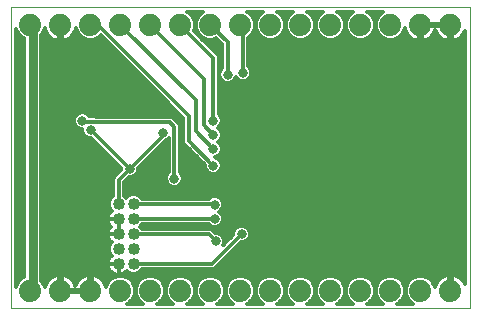
<source format=gbl>
G75*
%MOIN*%
%OFA0B0*%
%FSLAX25Y25*%
%IPPOS*%
%LPD*%
%AMOC8*
5,1,8,0,0,1.08239X$1,22.5*
%
%ADD10C,0.00000*%
%ADD11C,0.04000*%
%ADD12C,0.07400*%
%ADD13C,0.01181*%
%ADD14C,0.03150*%
%ADD15C,0.03150*%
D10*
X0060646Y0048835D02*
X0060646Y0149228D01*
X0213402Y0149228D01*
X0213402Y0048835D01*
X0060646Y0048835D01*
D11*
X0096335Y0063638D03*
X0101335Y0063638D03*
X0101335Y0068638D03*
X0096335Y0068638D03*
X0096335Y0073638D03*
X0101335Y0073638D03*
X0101335Y0078638D03*
X0096335Y0078638D03*
X0096335Y0083638D03*
X0101335Y0083638D03*
D12*
X0096945Y0054740D03*
X0106945Y0054740D03*
X0116945Y0054740D03*
X0126945Y0054740D03*
X0136945Y0054740D03*
X0146945Y0054740D03*
X0156945Y0054740D03*
X0166945Y0054740D03*
X0176945Y0054740D03*
X0186945Y0054740D03*
X0196945Y0054740D03*
X0206945Y0054740D03*
X0206945Y0143323D03*
X0196945Y0143323D03*
X0186945Y0143323D03*
X0176945Y0143323D03*
X0166945Y0143323D03*
X0156945Y0143323D03*
X0146945Y0143323D03*
X0136945Y0143323D03*
X0126945Y0143323D03*
X0116945Y0143323D03*
X0106945Y0143323D03*
X0096945Y0143323D03*
X0086945Y0143323D03*
X0076945Y0143323D03*
X0066945Y0143323D03*
X0066945Y0054740D03*
X0076945Y0054740D03*
X0086945Y0054740D03*
D13*
X0086535Y0054733D02*
X0077354Y0054733D01*
X0077354Y0054331D02*
X0077354Y0055150D01*
X0076535Y0055150D01*
X0076535Y0060031D01*
X0076528Y0060031D01*
X0075706Y0059900D01*
X0074914Y0059643D01*
X0074172Y0059265D01*
X0073498Y0058776D01*
X0072909Y0058187D01*
X0072420Y0057513D01*
X0072042Y0056771D01*
X0071785Y0055979D01*
X0071768Y0055875D01*
X0071091Y0057510D01*
X0070498Y0058104D01*
X0070498Y0139959D01*
X0071091Y0140553D01*
X0071768Y0142188D01*
X0071785Y0142084D01*
X0072042Y0141292D01*
X0072420Y0140550D01*
X0072909Y0139876D01*
X0073498Y0139287D01*
X0074172Y0138798D01*
X0074914Y0138420D01*
X0075706Y0138163D01*
X0076528Y0138032D01*
X0076535Y0138032D01*
X0076535Y0142913D01*
X0077354Y0142913D01*
X0077354Y0138032D01*
X0077361Y0138032D01*
X0078184Y0138163D01*
X0078976Y0138420D01*
X0079718Y0138798D01*
X0080391Y0139287D01*
X0080980Y0139876D01*
X0081470Y0140550D01*
X0081848Y0141292D01*
X0082105Y0142084D01*
X0082122Y0142188D01*
X0082799Y0140553D01*
X0084175Y0139177D01*
X0085972Y0138432D01*
X0087918Y0138432D01*
X0089715Y0139177D01*
X0090364Y0139826D01*
X0117920Y0112270D01*
X0117920Y0104002D01*
X0118963Y0102959D01*
X0125203Y0096719D01*
X0125203Y0095922D01*
X0125624Y0094906D01*
X0126402Y0094128D01*
X0127418Y0093707D01*
X0128519Y0093707D01*
X0129535Y0094128D01*
X0130313Y0094906D01*
X0130734Y0095922D01*
X0130734Y0097023D01*
X0130313Y0098039D01*
X0129535Y0098817D01*
X0128541Y0099228D01*
X0129535Y0099640D01*
X0130313Y0100418D01*
X0130734Y0101434D01*
X0130734Y0102534D01*
X0130313Y0103551D01*
X0129535Y0104329D01*
X0129492Y0104346D01*
X0129535Y0104364D01*
X0130313Y0105142D01*
X0130734Y0106159D01*
X0130734Y0107259D01*
X0130313Y0108275D01*
X0129535Y0109053D01*
X0129492Y0109071D01*
X0129535Y0109089D01*
X0130313Y0109867D01*
X0130734Y0110883D01*
X0130734Y0111983D01*
X0130313Y0113000D01*
X0129750Y0113563D01*
X0129750Y0133037D01*
X0121426Y0141361D01*
X0121835Y0142350D01*
X0121835Y0144296D01*
X0121091Y0146093D01*
X0119715Y0147469D01*
X0119307Y0147638D01*
X0124583Y0147638D01*
X0124175Y0147469D01*
X0122799Y0146093D01*
X0122054Y0144296D01*
X0122054Y0142350D01*
X0122799Y0140553D01*
X0124175Y0139177D01*
X0125972Y0138432D01*
X0127918Y0138432D01*
X0128907Y0138842D01*
X0130912Y0136837D01*
X0130912Y0128917D01*
X0130349Y0128354D01*
X0129928Y0127337D01*
X0129928Y0126237D01*
X0130349Y0125221D01*
X0131126Y0124443D01*
X0132143Y0124022D01*
X0133243Y0124022D01*
X0134259Y0124443D01*
X0135037Y0125221D01*
X0135372Y0126030D01*
X0135467Y0125802D01*
X0136245Y0125024D01*
X0137261Y0124603D01*
X0138361Y0124603D01*
X0139377Y0125024D01*
X0140155Y0125802D01*
X0140576Y0126818D01*
X0140576Y0127919D01*
X0140155Y0128935D01*
X0139592Y0129498D01*
X0139592Y0139126D01*
X0139715Y0139177D01*
X0141091Y0140553D01*
X0141835Y0142350D01*
X0141835Y0144296D01*
X0141091Y0146093D01*
X0139715Y0147469D01*
X0139307Y0147638D01*
X0144583Y0147638D01*
X0144175Y0147469D01*
X0142799Y0146093D01*
X0142054Y0144296D01*
X0142054Y0142350D01*
X0142799Y0140553D01*
X0144175Y0139177D01*
X0145972Y0138432D01*
X0147918Y0138432D01*
X0149715Y0139177D01*
X0151091Y0140553D01*
X0151835Y0142350D01*
X0151835Y0144296D01*
X0151091Y0146093D01*
X0149715Y0147469D01*
X0149307Y0147638D01*
X0154583Y0147638D01*
X0154175Y0147469D01*
X0152799Y0146093D01*
X0152054Y0144296D01*
X0152054Y0142350D01*
X0152799Y0140553D01*
X0154175Y0139177D01*
X0155972Y0138432D01*
X0157918Y0138432D01*
X0159715Y0139177D01*
X0161091Y0140553D01*
X0161835Y0142350D01*
X0161835Y0144296D01*
X0161091Y0146093D01*
X0159715Y0147469D01*
X0159307Y0147638D01*
X0164583Y0147638D01*
X0164175Y0147469D01*
X0162799Y0146093D01*
X0162054Y0144296D01*
X0162054Y0142350D01*
X0162799Y0140553D01*
X0164175Y0139177D01*
X0165972Y0138432D01*
X0167918Y0138432D01*
X0169715Y0139177D01*
X0171091Y0140553D01*
X0171835Y0142350D01*
X0171835Y0144296D01*
X0171091Y0146093D01*
X0169715Y0147469D01*
X0169307Y0147638D01*
X0174583Y0147638D01*
X0174175Y0147469D01*
X0172799Y0146093D01*
X0172054Y0144296D01*
X0172054Y0142350D01*
X0172799Y0140553D01*
X0174175Y0139177D01*
X0175972Y0138432D01*
X0177918Y0138432D01*
X0179715Y0139177D01*
X0181091Y0140553D01*
X0181835Y0142350D01*
X0181835Y0144296D01*
X0181091Y0146093D01*
X0179715Y0147469D01*
X0179307Y0147638D01*
X0184583Y0147638D01*
X0184175Y0147469D01*
X0182799Y0146093D01*
X0182054Y0144296D01*
X0182054Y0142350D01*
X0182799Y0140553D01*
X0184175Y0139177D01*
X0185972Y0138432D01*
X0187918Y0138432D01*
X0189715Y0139177D01*
X0191091Y0140553D01*
X0191768Y0142188D01*
X0191785Y0142084D01*
X0192042Y0141292D01*
X0192420Y0140550D01*
X0192909Y0139876D01*
X0193498Y0139287D01*
X0194172Y0138798D01*
X0194914Y0138420D01*
X0195706Y0138163D01*
X0196528Y0138032D01*
X0196535Y0138032D01*
X0196535Y0142913D01*
X0197354Y0142913D01*
X0197354Y0138032D01*
X0197361Y0138032D01*
X0198184Y0138163D01*
X0198976Y0138420D01*
X0199718Y0138798D01*
X0200391Y0139287D01*
X0200980Y0139876D01*
X0201470Y0140550D01*
X0201848Y0141292D01*
X0201945Y0141591D01*
X0202042Y0141292D01*
X0202420Y0140550D01*
X0202909Y0139876D01*
X0203498Y0139287D01*
X0204172Y0138798D01*
X0204914Y0138420D01*
X0205706Y0138163D01*
X0206528Y0138032D01*
X0206535Y0138032D01*
X0206535Y0142913D01*
X0201654Y0142913D01*
X0197354Y0142913D01*
X0197354Y0143732D01*
X0206535Y0143732D01*
X0206535Y0142913D01*
X0207354Y0142913D01*
X0207354Y0138032D01*
X0207361Y0138032D01*
X0208184Y0138163D01*
X0208976Y0138420D01*
X0209718Y0138798D01*
X0210391Y0139287D01*
X0210980Y0139876D01*
X0211470Y0140550D01*
X0211811Y0141220D01*
X0211811Y0056843D01*
X0211470Y0057513D01*
X0210980Y0058187D01*
X0210391Y0058776D01*
X0209718Y0059265D01*
X0208976Y0059643D01*
X0208184Y0059900D01*
X0207361Y0060031D01*
X0207354Y0060031D01*
X0207354Y0055150D01*
X0206535Y0055150D01*
X0206535Y0060031D01*
X0206528Y0060031D01*
X0205706Y0059900D01*
X0204914Y0059643D01*
X0204172Y0059265D01*
X0203498Y0058776D01*
X0202909Y0058187D01*
X0202420Y0057513D01*
X0202042Y0056771D01*
X0201785Y0055979D01*
X0201768Y0055875D01*
X0201091Y0057510D01*
X0199715Y0058886D01*
X0197918Y0059631D01*
X0195972Y0059631D01*
X0194175Y0058886D01*
X0192799Y0057510D01*
X0192054Y0055713D01*
X0192054Y0053767D01*
X0192799Y0051970D01*
X0194175Y0050594D01*
X0194583Y0050425D01*
X0189307Y0050425D01*
X0189715Y0050594D01*
X0191091Y0051970D01*
X0191835Y0053767D01*
X0191835Y0055713D01*
X0191091Y0057510D01*
X0189715Y0058886D01*
X0187918Y0059631D01*
X0185972Y0059631D01*
X0184175Y0058886D01*
X0182799Y0057510D01*
X0182054Y0055713D01*
X0182054Y0053767D01*
X0182799Y0051970D01*
X0184175Y0050594D01*
X0184583Y0050425D01*
X0179307Y0050425D01*
X0179715Y0050594D01*
X0181091Y0051970D01*
X0181835Y0053767D01*
X0181835Y0055713D01*
X0181091Y0057510D01*
X0179715Y0058886D01*
X0177918Y0059631D01*
X0175972Y0059631D01*
X0174175Y0058886D01*
X0172799Y0057510D01*
X0172054Y0055713D01*
X0172054Y0053767D01*
X0172799Y0051970D01*
X0174175Y0050594D01*
X0174583Y0050425D01*
X0169307Y0050425D01*
X0169715Y0050594D01*
X0171091Y0051970D01*
X0171835Y0053767D01*
X0171835Y0055713D01*
X0171091Y0057510D01*
X0169715Y0058886D01*
X0167918Y0059631D01*
X0165972Y0059631D01*
X0164175Y0058886D01*
X0162799Y0057510D01*
X0162054Y0055713D01*
X0162054Y0053767D01*
X0162799Y0051970D01*
X0164175Y0050594D01*
X0164583Y0050425D01*
X0159307Y0050425D01*
X0159715Y0050594D01*
X0161091Y0051970D01*
X0161835Y0053767D01*
X0161835Y0055713D01*
X0161091Y0057510D01*
X0159715Y0058886D01*
X0157918Y0059631D01*
X0155972Y0059631D01*
X0154175Y0058886D01*
X0152799Y0057510D01*
X0152054Y0055713D01*
X0152054Y0053767D01*
X0152799Y0051970D01*
X0154175Y0050594D01*
X0154583Y0050425D01*
X0149307Y0050425D01*
X0149715Y0050594D01*
X0151091Y0051970D01*
X0151835Y0053767D01*
X0151835Y0055713D01*
X0151091Y0057510D01*
X0149715Y0058886D01*
X0147918Y0059631D01*
X0145972Y0059631D01*
X0144175Y0058886D01*
X0142799Y0057510D01*
X0142054Y0055713D01*
X0142054Y0053767D01*
X0142799Y0051970D01*
X0144175Y0050594D01*
X0144583Y0050425D01*
X0139307Y0050425D01*
X0139715Y0050594D01*
X0141091Y0051970D01*
X0141835Y0053767D01*
X0141835Y0055713D01*
X0141091Y0057510D01*
X0139715Y0058886D01*
X0137918Y0059631D01*
X0135972Y0059631D01*
X0134175Y0058886D01*
X0132799Y0057510D01*
X0132054Y0055713D01*
X0132054Y0053767D01*
X0132799Y0051970D01*
X0134175Y0050594D01*
X0134583Y0050425D01*
X0129307Y0050425D01*
X0129715Y0050594D01*
X0131091Y0051970D01*
X0131835Y0053767D01*
X0131835Y0055713D01*
X0131091Y0057510D01*
X0129715Y0058886D01*
X0127918Y0059631D01*
X0125972Y0059631D01*
X0124175Y0058886D01*
X0122799Y0057510D01*
X0122054Y0055713D01*
X0122054Y0053767D01*
X0122799Y0051970D01*
X0124175Y0050594D01*
X0124583Y0050425D01*
X0119307Y0050425D01*
X0119715Y0050594D01*
X0121091Y0051970D01*
X0121835Y0053767D01*
X0121835Y0055713D01*
X0121091Y0057510D01*
X0119715Y0058886D01*
X0117918Y0059631D01*
X0115972Y0059631D01*
X0114175Y0058886D01*
X0112799Y0057510D01*
X0112054Y0055713D01*
X0112054Y0053767D01*
X0112799Y0051970D01*
X0114175Y0050594D01*
X0114583Y0050425D01*
X0109307Y0050425D01*
X0109715Y0050594D01*
X0111091Y0051970D01*
X0111835Y0053767D01*
X0111835Y0055713D01*
X0111091Y0057510D01*
X0109715Y0058886D01*
X0107918Y0059631D01*
X0105972Y0059631D01*
X0104175Y0058886D01*
X0102799Y0057510D01*
X0102054Y0055713D01*
X0102054Y0053767D01*
X0102799Y0051970D01*
X0104175Y0050594D01*
X0104583Y0050425D01*
X0099307Y0050425D01*
X0099715Y0050594D01*
X0101091Y0051970D01*
X0101835Y0053767D01*
X0101835Y0055713D01*
X0101091Y0057510D01*
X0099715Y0058886D01*
X0097918Y0059631D01*
X0095972Y0059631D01*
X0094175Y0058886D01*
X0092799Y0057510D01*
X0092122Y0055875D01*
X0092105Y0055979D01*
X0091848Y0056771D01*
X0091470Y0057513D01*
X0090980Y0058187D01*
X0090391Y0058776D01*
X0089718Y0059265D01*
X0088976Y0059643D01*
X0088184Y0059900D01*
X0087361Y0060031D01*
X0087354Y0060031D01*
X0087354Y0055150D01*
X0086535Y0055150D01*
X0086535Y0054331D01*
X0081654Y0054331D01*
X0077354Y0054331D01*
X0077354Y0055150D02*
X0086535Y0055150D01*
X0086535Y0060031D01*
X0086528Y0060031D01*
X0085706Y0059900D01*
X0084914Y0059643D01*
X0084172Y0059265D01*
X0083498Y0058776D01*
X0082909Y0058187D01*
X0082420Y0057513D01*
X0082042Y0056771D01*
X0081945Y0056472D01*
X0081848Y0056771D01*
X0081470Y0057513D01*
X0080980Y0058187D01*
X0080391Y0058776D01*
X0079718Y0059265D01*
X0078976Y0059643D01*
X0078184Y0059900D01*
X0077361Y0060031D01*
X0077354Y0060031D01*
X0077354Y0055150D01*
X0077354Y0055912D02*
X0076535Y0055912D01*
X0076535Y0057092D02*
X0077354Y0057092D01*
X0077354Y0058272D02*
X0076535Y0058272D01*
X0076535Y0059451D02*
X0077354Y0059451D01*
X0079352Y0059451D02*
X0084537Y0059451D01*
X0082994Y0058272D02*
X0080895Y0058272D01*
X0081684Y0057092D02*
X0082205Y0057092D01*
X0086535Y0057092D02*
X0087354Y0057092D01*
X0087354Y0058272D02*
X0086535Y0058272D01*
X0086535Y0059451D02*
X0087354Y0059451D01*
X0089352Y0059451D02*
X0095539Y0059451D01*
X0095981Y0060047D02*
X0096335Y0060047D01*
X0096688Y0060047D01*
X0097382Y0060185D01*
X0098035Y0060456D01*
X0098623Y0060849D01*
X0099117Y0061343D01*
X0099527Y0060933D01*
X0100700Y0060447D01*
X0101969Y0060447D01*
X0103142Y0060933D01*
X0104039Y0061830D01*
X0104050Y0061857D01*
X0128155Y0061857D01*
X0129198Y0062900D01*
X0137171Y0070872D01*
X0137967Y0070872D01*
X0138984Y0071293D01*
X0139762Y0072071D01*
X0140183Y0073088D01*
X0140183Y0074188D01*
X0139762Y0075204D01*
X0138984Y0075982D01*
X0137967Y0076403D01*
X0136867Y0076403D01*
X0135851Y0075982D01*
X0135073Y0075204D01*
X0134652Y0074188D01*
X0134652Y0073391D01*
X0131192Y0069932D01*
X0131521Y0070726D01*
X0131521Y0071826D01*
X0131100Y0072842D01*
X0130322Y0073620D01*
X0129306Y0074041D01*
X0128509Y0074041D01*
X0128175Y0074376D01*
X0127131Y0075419D01*
X0104050Y0075419D01*
X0104039Y0075445D01*
X0103347Y0076138D01*
X0104039Y0076830D01*
X0104050Y0076857D01*
X0126351Y0076857D01*
X0126796Y0076412D01*
X0127812Y0075991D01*
X0128912Y0075991D01*
X0129929Y0076412D01*
X0130707Y0077189D01*
X0131128Y0078206D01*
X0131128Y0079306D01*
X0130707Y0080322D01*
X0129929Y0081100D01*
X0129886Y0081118D01*
X0129929Y0081136D01*
X0130707Y0081914D01*
X0131128Y0082930D01*
X0131128Y0084030D01*
X0130707Y0085047D01*
X0129929Y0085825D01*
X0128912Y0086246D01*
X0127812Y0086246D01*
X0126796Y0085825D01*
X0126390Y0085419D01*
X0104050Y0085419D01*
X0104039Y0085445D01*
X0103142Y0086343D01*
X0101969Y0086828D01*
X0100700Y0086828D01*
X0099527Y0086343D01*
X0098835Y0085650D01*
X0098142Y0086343D01*
X0098116Y0086353D01*
X0098116Y0090872D01*
X0099769Y0092526D01*
X0100566Y0092526D01*
X0101582Y0092947D01*
X0102360Y0093725D01*
X0102781Y0094741D01*
X0102781Y0095538D01*
X0112230Y0104986D01*
X0112606Y0105142D01*
X0113195Y0105732D01*
X0113195Y0094271D01*
X0112632Y0093708D01*
X0112211Y0092692D01*
X0112211Y0091592D01*
X0112632Y0090575D01*
X0113410Y0089797D01*
X0114426Y0089376D01*
X0115526Y0089376D01*
X0116543Y0089797D01*
X0117321Y0090575D01*
X0117742Y0091592D01*
X0117742Y0092692D01*
X0117321Y0093708D01*
X0116757Y0094271D01*
X0116757Y0110202D01*
X0115183Y0111777D01*
X0114139Y0112820D01*
X0088916Y0112820D01*
X0088907Y0112830D01*
X0086673Y0112830D01*
X0086603Y0113000D01*
X0085825Y0113777D01*
X0084808Y0114198D01*
X0083708Y0114198D01*
X0082692Y0113777D01*
X0081914Y0113000D01*
X0081493Y0111983D01*
X0081493Y0110883D01*
X0081914Y0109867D01*
X0082692Y0109089D01*
X0083708Y0108668D01*
X0084258Y0108668D01*
X0084258Y0107733D01*
X0084679Y0106717D01*
X0085457Y0105939D01*
X0086474Y0105518D01*
X0087270Y0105518D01*
X0097250Y0095538D01*
X0097250Y0095045D01*
X0094554Y0092348D01*
X0094554Y0086353D01*
X0094527Y0086343D01*
X0093630Y0085445D01*
X0093144Y0084272D01*
X0093144Y0083003D01*
X0093630Y0081830D01*
X0094040Y0081421D01*
X0093546Y0080927D01*
X0093153Y0080339D01*
X0092882Y0079685D01*
X0092744Y0078991D01*
X0092744Y0078638D01*
X0096335Y0078638D01*
X0096335Y0075047D01*
X0096335Y0073638D01*
X0096335Y0073638D01*
X0096335Y0078638D01*
X0096335Y0078638D01*
X0096335Y0078638D01*
X0092744Y0078638D01*
X0092744Y0078284D01*
X0092882Y0077590D01*
X0093153Y0076937D01*
X0093546Y0076349D01*
X0093757Y0076138D01*
X0093546Y0075927D01*
X0093153Y0075339D01*
X0092882Y0074685D01*
X0092744Y0073991D01*
X0092744Y0073638D01*
X0096335Y0073638D01*
X0096335Y0073638D01*
X0092744Y0073638D01*
X0092744Y0073284D01*
X0092882Y0072590D01*
X0093153Y0071937D01*
X0093546Y0071349D01*
X0094040Y0070855D01*
X0093630Y0070445D01*
X0093144Y0069272D01*
X0093144Y0068003D01*
X0093630Y0066830D01*
X0094040Y0066421D01*
X0093546Y0065927D01*
X0093153Y0065339D01*
X0092882Y0064685D01*
X0092744Y0063991D01*
X0092744Y0063638D01*
X0096335Y0063638D01*
X0096335Y0060047D01*
X0096335Y0063638D01*
X0096335Y0063638D01*
X0096335Y0063638D01*
X0092744Y0063638D01*
X0092744Y0063284D01*
X0092882Y0062590D01*
X0093153Y0061937D01*
X0093546Y0061349D01*
X0094046Y0060849D01*
X0094634Y0060456D01*
X0095287Y0060185D01*
X0095981Y0060047D01*
X0096335Y0060631D02*
X0096335Y0060631D01*
X0096335Y0061810D02*
X0096335Y0061810D01*
X0096335Y0062990D02*
X0096335Y0062990D01*
X0098297Y0060631D02*
X0100257Y0060631D01*
X0102412Y0060631D02*
X0211811Y0060631D01*
X0211811Y0061810D02*
X0104019Y0061810D01*
X0105539Y0059451D02*
X0098351Y0059451D01*
X0100330Y0058272D02*
X0103560Y0058272D01*
X0102626Y0057092D02*
X0101264Y0057092D01*
X0101753Y0055912D02*
X0102137Y0055912D01*
X0102054Y0054733D02*
X0101835Y0054733D01*
X0101747Y0053553D02*
X0102143Y0053553D01*
X0102632Y0052373D02*
X0101258Y0052373D01*
X0100315Y0051194D02*
X0103575Y0051194D01*
X0110315Y0051194D02*
X0113575Y0051194D01*
X0112632Y0052373D02*
X0111258Y0052373D01*
X0111747Y0053553D02*
X0112143Y0053553D01*
X0112054Y0054733D02*
X0111835Y0054733D01*
X0111753Y0055912D02*
X0112137Y0055912D01*
X0112626Y0057092D02*
X0111264Y0057092D01*
X0110330Y0058272D02*
X0113560Y0058272D01*
X0115539Y0059451D02*
X0108351Y0059451D01*
X0101335Y0063638D02*
X0127417Y0063638D01*
X0137417Y0073638D01*
X0140183Y0073607D02*
X0211811Y0073607D01*
X0211811Y0074786D02*
X0139935Y0074786D01*
X0139000Y0075966D02*
X0211811Y0075966D01*
X0211811Y0077145D02*
X0130662Y0077145D01*
X0131128Y0078325D02*
X0211811Y0078325D01*
X0211811Y0079505D02*
X0131045Y0079505D01*
X0130345Y0080684D02*
X0211811Y0080684D01*
X0211811Y0081864D02*
X0130657Y0081864D01*
X0131128Y0083043D02*
X0211811Y0083043D01*
X0211811Y0084223D02*
X0131048Y0084223D01*
X0130351Y0085403D02*
X0211811Y0085403D01*
X0211811Y0086582D02*
X0102563Y0086582D01*
X0100106Y0086582D02*
X0098116Y0086582D01*
X0098116Y0087762D02*
X0211811Y0087762D01*
X0211811Y0088942D02*
X0098116Y0088942D01*
X0098116Y0090121D02*
X0113086Y0090121D01*
X0112332Y0091301D02*
X0098544Y0091301D01*
X0099724Y0092480D02*
X0112211Y0092480D01*
X0112612Y0093660D02*
X0102295Y0093660D01*
X0102781Y0094840D02*
X0113195Y0094840D01*
X0113195Y0096019D02*
X0103262Y0096019D01*
X0104442Y0097199D02*
X0113195Y0097199D01*
X0113195Y0098378D02*
X0105622Y0098378D01*
X0106801Y0099558D02*
X0113195Y0099558D01*
X0113195Y0100738D02*
X0107981Y0100738D01*
X0109161Y0101917D02*
X0113195Y0101917D01*
X0113195Y0103097D02*
X0110340Y0103097D01*
X0111520Y0104276D02*
X0113195Y0104276D01*
X0113195Y0105456D02*
X0112920Y0105456D01*
X0111039Y0106315D02*
X0100016Y0095291D01*
X0096335Y0091610D01*
X0096335Y0083638D01*
X0093612Y0085403D02*
X0070498Y0085403D01*
X0070498Y0086582D02*
X0094554Y0086582D01*
X0094554Y0087762D02*
X0070498Y0087762D01*
X0070498Y0088942D02*
X0094554Y0088942D01*
X0094554Y0090121D02*
X0070498Y0090121D01*
X0070498Y0091301D02*
X0094554Y0091301D01*
X0094686Y0092480D02*
X0070498Y0092480D01*
X0070498Y0093660D02*
X0095866Y0093660D01*
X0097045Y0094840D02*
X0070498Y0094840D01*
X0070498Y0096019D02*
X0096769Y0096019D01*
X0095589Y0097199D02*
X0070498Y0097199D01*
X0070498Y0098378D02*
X0094410Y0098378D01*
X0093230Y0099558D02*
X0070498Y0099558D01*
X0070498Y0100738D02*
X0092051Y0100738D01*
X0090871Y0101917D02*
X0070498Y0101917D01*
X0070498Y0103097D02*
X0089691Y0103097D01*
X0088512Y0104276D02*
X0070498Y0104276D01*
X0070498Y0105456D02*
X0087332Y0105456D01*
X0084761Y0106636D02*
X0070498Y0106636D01*
X0070498Y0107815D02*
X0084258Y0107815D01*
X0082918Y0108995D02*
X0070498Y0108995D01*
X0070498Y0110175D02*
X0081786Y0110175D01*
X0081493Y0111354D02*
X0070498Y0111354D01*
X0070498Y0112534D02*
X0081721Y0112534D01*
X0082628Y0113713D02*
X0070498Y0113713D01*
X0070498Y0114893D02*
X0115297Y0114893D01*
X0116476Y0113713D02*
X0085889Y0113713D01*
X0084258Y0111433D02*
X0084643Y0111049D01*
X0088169Y0111049D01*
X0088179Y0111039D01*
X0113402Y0111039D01*
X0114976Y0109465D01*
X0114976Y0092142D01*
X0116867Y0090121D02*
X0211811Y0090121D01*
X0211811Y0091301D02*
X0117621Y0091301D01*
X0117742Y0092480D02*
X0211811Y0092480D01*
X0211811Y0093660D02*
X0117341Y0093660D01*
X0116757Y0094840D02*
X0125691Y0094840D01*
X0125203Y0096019D02*
X0116757Y0096019D01*
X0116757Y0097199D02*
X0124723Y0097199D01*
X0123544Y0098378D02*
X0116757Y0098378D01*
X0116757Y0099558D02*
X0122364Y0099558D01*
X0121184Y0100738D02*
X0116757Y0100738D01*
X0116757Y0101917D02*
X0120005Y0101917D01*
X0118825Y0103097D02*
X0116757Y0103097D01*
X0116757Y0104276D02*
X0117920Y0104276D01*
X0117920Y0105456D02*
X0116757Y0105456D01*
X0116757Y0106636D02*
X0117920Y0106636D01*
X0117920Y0107815D02*
X0116757Y0107815D01*
X0116757Y0108995D02*
X0117920Y0108995D01*
X0117920Y0110175D02*
X0116757Y0110175D01*
X0115606Y0111354D02*
X0117920Y0111354D01*
X0117656Y0112534D02*
X0114426Y0112534D01*
X0114117Y0116073D02*
X0070498Y0116073D01*
X0070498Y0117252D02*
X0112938Y0117252D01*
X0111758Y0118432D02*
X0070498Y0118432D01*
X0070498Y0119611D02*
X0110578Y0119611D01*
X0109399Y0120791D02*
X0070498Y0120791D01*
X0070498Y0121971D02*
X0108219Y0121971D01*
X0107039Y0123150D02*
X0070498Y0123150D01*
X0070498Y0124330D02*
X0105860Y0124330D01*
X0104680Y0125510D02*
X0070498Y0125510D01*
X0070498Y0126689D02*
X0103501Y0126689D01*
X0102321Y0127869D02*
X0070498Y0127869D01*
X0070498Y0129048D02*
X0101141Y0129048D01*
X0099962Y0130228D02*
X0070498Y0130228D01*
X0070498Y0131408D02*
X0098782Y0131408D01*
X0097603Y0132587D02*
X0070498Y0132587D01*
X0070498Y0133767D02*
X0096423Y0133767D01*
X0095243Y0134946D02*
X0070498Y0134946D01*
X0070498Y0136126D02*
X0094064Y0136126D01*
X0092884Y0137306D02*
X0070498Y0137306D01*
X0070498Y0138485D02*
X0074786Y0138485D01*
X0076535Y0138485D02*
X0077354Y0138485D01*
X0077354Y0139665D02*
X0076535Y0139665D01*
X0076535Y0140845D02*
X0077354Y0140845D01*
X0077354Y0142024D02*
X0076535Y0142024D01*
X0073121Y0139665D02*
X0070498Y0139665D01*
X0071212Y0140845D02*
X0072270Y0140845D01*
X0071804Y0142024D02*
X0071700Y0142024D01*
X0079104Y0138485D02*
X0085844Y0138485D01*
X0088046Y0138485D02*
X0091705Y0138485D01*
X0090525Y0139665D02*
X0090203Y0139665D01*
X0089386Y0143323D02*
X0086945Y0143323D01*
X0088598Y0143323D01*
X0089386Y0143323D02*
X0119701Y0113008D01*
X0119701Y0104740D01*
X0127969Y0096472D01*
X0129973Y0098378D02*
X0211811Y0098378D01*
X0211811Y0097199D02*
X0130661Y0097199D01*
X0130734Y0096019D02*
X0211811Y0096019D01*
X0211811Y0094840D02*
X0130246Y0094840D01*
X0129337Y0099558D02*
X0211811Y0099558D01*
X0211811Y0100738D02*
X0130445Y0100738D01*
X0130734Y0101917D02*
X0211811Y0101917D01*
X0211811Y0103097D02*
X0130501Y0103097D01*
X0129587Y0104276D02*
X0211811Y0104276D01*
X0211811Y0105456D02*
X0130443Y0105456D01*
X0130734Y0106636D02*
X0211811Y0106636D01*
X0211811Y0107815D02*
X0130503Y0107815D01*
X0129593Y0108995D02*
X0211811Y0108995D01*
X0211811Y0110175D02*
X0130440Y0110175D01*
X0130734Y0111354D02*
X0211811Y0111354D01*
X0211811Y0112534D02*
X0130506Y0112534D01*
X0129750Y0113713D02*
X0211811Y0113713D01*
X0211811Y0114893D02*
X0129750Y0114893D01*
X0129750Y0116073D02*
X0211811Y0116073D01*
X0211811Y0117252D02*
X0129750Y0117252D01*
X0129750Y0118432D02*
X0211811Y0118432D01*
X0211811Y0119611D02*
X0129750Y0119611D01*
X0129750Y0120791D02*
X0211811Y0120791D01*
X0211811Y0121971D02*
X0129750Y0121971D01*
X0129750Y0123150D02*
X0211811Y0123150D01*
X0211811Y0124330D02*
X0133986Y0124330D01*
X0135157Y0125510D02*
X0135759Y0125510D01*
X0137811Y0127369D02*
X0137811Y0142457D01*
X0136945Y0143323D01*
X0140441Y0146743D02*
X0143448Y0146743D01*
X0142579Y0145563D02*
X0141310Y0145563D01*
X0141799Y0144383D02*
X0142091Y0144383D01*
X0142054Y0143204D02*
X0141835Y0143204D01*
X0141700Y0142024D02*
X0142189Y0142024D01*
X0142678Y0140845D02*
X0141212Y0140845D01*
X0140203Y0139665D02*
X0143687Y0139665D01*
X0145844Y0138485D02*
X0139592Y0138485D01*
X0139592Y0137306D02*
X0211811Y0137306D01*
X0211811Y0138485D02*
X0209104Y0138485D01*
X0207354Y0138485D02*
X0206535Y0138485D01*
X0206535Y0139665D02*
X0207354Y0139665D01*
X0207354Y0140845D02*
X0206535Y0140845D01*
X0206535Y0142024D02*
X0207354Y0142024D01*
X0206535Y0143204D02*
X0197354Y0143204D01*
X0197354Y0142024D02*
X0196535Y0142024D01*
X0196535Y0140845D02*
X0197354Y0140845D01*
X0197354Y0139665D02*
X0196535Y0139665D01*
X0196535Y0138485D02*
X0197354Y0138485D01*
X0199104Y0138485D02*
X0204786Y0138485D01*
X0203121Y0139665D02*
X0200769Y0139665D01*
X0201620Y0140845D02*
X0202270Y0140845D01*
X0194786Y0138485D02*
X0188046Y0138485D01*
X0185844Y0138485D02*
X0178046Y0138485D01*
X0175844Y0138485D02*
X0168046Y0138485D01*
X0165844Y0138485D02*
X0158046Y0138485D01*
X0155844Y0138485D02*
X0148046Y0138485D01*
X0150203Y0139665D02*
X0153687Y0139665D01*
X0152678Y0140845D02*
X0151212Y0140845D01*
X0151700Y0142024D02*
X0152189Y0142024D01*
X0152054Y0143204D02*
X0151835Y0143204D01*
X0151799Y0144383D02*
X0152091Y0144383D01*
X0152579Y0145563D02*
X0151310Y0145563D01*
X0150441Y0146743D02*
X0153448Y0146743D01*
X0160441Y0146743D02*
X0163448Y0146743D01*
X0162579Y0145563D02*
X0161310Y0145563D01*
X0161799Y0144383D02*
X0162091Y0144383D01*
X0162054Y0143204D02*
X0161835Y0143204D01*
X0161700Y0142024D02*
X0162189Y0142024D01*
X0162678Y0140845D02*
X0161212Y0140845D01*
X0160203Y0139665D02*
X0163687Y0139665D01*
X0170203Y0139665D02*
X0173687Y0139665D01*
X0172678Y0140845D02*
X0171212Y0140845D01*
X0171700Y0142024D02*
X0172189Y0142024D01*
X0172054Y0143204D02*
X0171835Y0143204D01*
X0171799Y0144383D02*
X0172091Y0144383D01*
X0172579Y0145563D02*
X0171310Y0145563D01*
X0170441Y0146743D02*
X0173448Y0146743D01*
X0180441Y0146743D02*
X0183448Y0146743D01*
X0182579Y0145563D02*
X0181310Y0145563D01*
X0181799Y0144383D02*
X0182091Y0144383D01*
X0182054Y0143204D02*
X0181835Y0143204D01*
X0181700Y0142024D02*
X0182189Y0142024D01*
X0182678Y0140845D02*
X0181212Y0140845D01*
X0180203Y0139665D02*
X0183687Y0139665D01*
X0190203Y0139665D02*
X0193121Y0139665D01*
X0192270Y0140845D02*
X0191212Y0140845D01*
X0191700Y0142024D02*
X0191804Y0142024D01*
X0210769Y0139665D02*
X0211811Y0139665D01*
X0211811Y0140845D02*
X0211620Y0140845D01*
X0211811Y0136126D02*
X0139592Y0136126D01*
X0139592Y0134946D02*
X0211811Y0134946D01*
X0211811Y0133767D02*
X0139592Y0133767D01*
X0139592Y0132587D02*
X0211811Y0132587D01*
X0211811Y0131408D02*
X0139592Y0131408D01*
X0139592Y0130228D02*
X0211811Y0130228D01*
X0211811Y0129048D02*
X0140042Y0129048D01*
X0140576Y0127869D02*
X0211811Y0127869D01*
X0211811Y0126689D02*
X0140523Y0126689D01*
X0139863Y0125510D02*
X0211811Y0125510D01*
X0211811Y0072427D02*
X0139909Y0072427D01*
X0138872Y0071247D02*
X0211811Y0071247D01*
X0211811Y0070068D02*
X0136366Y0070068D01*
X0135186Y0068888D02*
X0211811Y0068888D01*
X0211811Y0067708D02*
X0134007Y0067708D01*
X0132827Y0066529D02*
X0211811Y0066529D01*
X0211811Y0065349D02*
X0131648Y0065349D01*
X0130468Y0064170D02*
X0211811Y0064170D01*
X0211811Y0062990D02*
X0129288Y0062990D01*
X0128351Y0059451D02*
X0135539Y0059451D01*
X0133560Y0058272D02*
X0130330Y0058272D01*
X0131264Y0057092D02*
X0132626Y0057092D01*
X0132137Y0055912D02*
X0131753Y0055912D01*
X0131835Y0054733D02*
X0132054Y0054733D01*
X0132143Y0053553D02*
X0131747Y0053553D01*
X0131258Y0052373D02*
X0132632Y0052373D01*
X0133575Y0051194D02*
X0130315Y0051194D01*
X0123575Y0051194D02*
X0120315Y0051194D01*
X0121258Y0052373D02*
X0122632Y0052373D01*
X0122143Y0053553D02*
X0121747Y0053553D01*
X0121835Y0054733D02*
X0122054Y0054733D01*
X0122137Y0055912D02*
X0121753Y0055912D01*
X0121264Y0057092D02*
X0122626Y0057092D01*
X0123560Y0058272D02*
X0120330Y0058272D01*
X0118351Y0059451D02*
X0125539Y0059451D01*
X0138351Y0059451D02*
X0145539Y0059451D01*
X0143560Y0058272D02*
X0140330Y0058272D01*
X0141264Y0057092D02*
X0142626Y0057092D01*
X0142137Y0055912D02*
X0141753Y0055912D01*
X0141835Y0054733D02*
X0142054Y0054733D01*
X0142143Y0053553D02*
X0141747Y0053553D01*
X0141258Y0052373D02*
X0142632Y0052373D01*
X0143575Y0051194D02*
X0140315Y0051194D01*
X0150315Y0051194D02*
X0153575Y0051194D01*
X0152632Y0052373D02*
X0151258Y0052373D01*
X0151747Y0053553D02*
X0152143Y0053553D01*
X0152054Y0054733D02*
X0151835Y0054733D01*
X0151753Y0055912D02*
X0152137Y0055912D01*
X0152626Y0057092D02*
X0151264Y0057092D01*
X0150330Y0058272D02*
X0153560Y0058272D01*
X0155539Y0059451D02*
X0148351Y0059451D01*
X0158351Y0059451D02*
X0165539Y0059451D01*
X0163560Y0058272D02*
X0160330Y0058272D01*
X0161264Y0057092D02*
X0162626Y0057092D01*
X0162137Y0055912D02*
X0161753Y0055912D01*
X0161835Y0054733D02*
X0162054Y0054733D01*
X0162143Y0053553D02*
X0161747Y0053553D01*
X0161258Y0052373D02*
X0162632Y0052373D01*
X0163575Y0051194D02*
X0160315Y0051194D01*
X0170315Y0051194D02*
X0173575Y0051194D01*
X0172632Y0052373D02*
X0171258Y0052373D01*
X0171747Y0053553D02*
X0172143Y0053553D01*
X0172054Y0054733D02*
X0171835Y0054733D01*
X0171753Y0055912D02*
X0172137Y0055912D01*
X0172626Y0057092D02*
X0171264Y0057092D01*
X0170330Y0058272D02*
X0173560Y0058272D01*
X0175539Y0059451D02*
X0168351Y0059451D01*
X0178351Y0059451D02*
X0185539Y0059451D01*
X0183560Y0058272D02*
X0180330Y0058272D01*
X0181264Y0057092D02*
X0182626Y0057092D01*
X0182137Y0055912D02*
X0181753Y0055912D01*
X0181835Y0054733D02*
X0182054Y0054733D01*
X0182143Y0053553D02*
X0181747Y0053553D01*
X0181258Y0052373D02*
X0182632Y0052373D01*
X0183575Y0051194D02*
X0180315Y0051194D01*
X0190315Y0051194D02*
X0193575Y0051194D01*
X0192632Y0052373D02*
X0191258Y0052373D01*
X0191747Y0053553D02*
X0192143Y0053553D01*
X0192054Y0054733D02*
X0191835Y0054733D01*
X0191753Y0055912D02*
X0192137Y0055912D01*
X0192626Y0057092D02*
X0191264Y0057092D01*
X0190330Y0058272D02*
X0193560Y0058272D01*
X0195539Y0059451D02*
X0188351Y0059451D01*
X0198351Y0059451D02*
X0204537Y0059451D01*
X0202994Y0058272D02*
X0200330Y0058272D01*
X0201264Y0057092D02*
X0202205Y0057092D01*
X0201774Y0055912D02*
X0201753Y0055912D01*
X0206535Y0055912D02*
X0207354Y0055912D01*
X0207354Y0057092D02*
X0206535Y0057092D01*
X0206535Y0058272D02*
X0207354Y0058272D01*
X0207354Y0059451D02*
X0206535Y0059451D01*
X0209352Y0059451D02*
X0211811Y0059451D01*
X0211811Y0058272D02*
X0210895Y0058272D01*
X0211684Y0057092D02*
X0211811Y0057092D01*
X0135834Y0075966D02*
X0103519Y0075966D01*
X0101335Y0073638D02*
X0126394Y0073638D01*
X0128756Y0071276D01*
X0131521Y0071247D02*
X0132508Y0071247D01*
X0131328Y0070068D02*
X0131249Y0070068D01*
X0131272Y0072427D02*
X0133688Y0072427D01*
X0134652Y0073607D02*
X0130336Y0073607D01*
X0127764Y0074786D02*
X0134900Y0074786D01*
X0128362Y0078756D02*
X0128244Y0078638D01*
X0101335Y0078638D01*
X0096335Y0078325D02*
X0096335Y0078325D01*
X0096335Y0077145D02*
X0096335Y0077145D01*
X0096335Y0075966D02*
X0096335Y0075966D01*
X0096335Y0074786D02*
X0096335Y0074786D01*
X0093585Y0075966D02*
X0070498Y0075966D01*
X0070498Y0077145D02*
X0093066Y0077145D01*
X0092744Y0078325D02*
X0070498Y0078325D01*
X0070498Y0079505D02*
X0092846Y0079505D01*
X0093384Y0080684D02*
X0070498Y0080684D01*
X0070498Y0081864D02*
X0093616Y0081864D01*
X0093144Y0083043D02*
X0070498Y0083043D01*
X0070498Y0084223D02*
X0093144Y0084223D01*
X0101335Y0083638D02*
X0128205Y0083638D01*
X0128362Y0083480D01*
X0127969Y0101984D02*
X0122063Y0107890D01*
X0122063Y0118205D01*
X0096945Y0143323D01*
X0106945Y0143323D02*
X0124819Y0125449D01*
X0124819Y0109858D01*
X0127969Y0106709D01*
X0127969Y0111433D02*
X0127969Y0132299D01*
X0116945Y0143323D01*
X0120441Y0146743D02*
X0123448Y0146743D01*
X0122579Y0145563D02*
X0121310Y0145563D01*
X0121799Y0144383D02*
X0122091Y0144383D01*
X0122054Y0143204D02*
X0121835Y0143204D01*
X0121700Y0142024D02*
X0122189Y0142024D01*
X0121942Y0140845D02*
X0122678Y0140845D01*
X0123122Y0139665D02*
X0123687Y0139665D01*
X0124301Y0138485D02*
X0125844Y0138485D01*
X0125481Y0137306D02*
X0130443Y0137306D01*
X0130912Y0136126D02*
X0126660Y0136126D01*
X0127840Y0134946D02*
X0130912Y0134946D01*
X0130912Y0133767D02*
X0129020Y0133767D01*
X0129750Y0132587D02*
X0130912Y0132587D01*
X0130912Y0131408D02*
X0129750Y0131408D01*
X0129750Y0130228D02*
X0130912Y0130228D01*
X0130912Y0129048D02*
X0129750Y0129048D01*
X0129750Y0127869D02*
X0130148Y0127869D01*
X0129928Y0126689D02*
X0129750Y0126689D01*
X0129750Y0125510D02*
X0130229Y0125510D01*
X0129750Y0124330D02*
X0131400Y0124330D01*
X0132693Y0126787D02*
X0132693Y0137417D01*
X0132693Y0137575D01*
X0126945Y0143323D01*
X0128046Y0138485D02*
X0129264Y0138485D01*
X0111039Y0107487D02*
X0111039Y0106315D01*
X0100016Y0095291D02*
X0087024Y0108283D01*
X0064967Y0107815D02*
X0062236Y0107815D01*
X0062236Y0106636D02*
X0064967Y0106636D01*
X0064967Y0105456D02*
X0062236Y0105456D01*
X0062236Y0104276D02*
X0064967Y0104276D01*
X0064967Y0103097D02*
X0062236Y0103097D01*
X0062236Y0101917D02*
X0064967Y0101917D01*
X0064967Y0100738D02*
X0062236Y0100738D01*
X0062236Y0099558D02*
X0064967Y0099558D01*
X0064967Y0098378D02*
X0062236Y0098378D01*
X0062236Y0097199D02*
X0064967Y0097199D01*
X0064967Y0096019D02*
X0062236Y0096019D01*
X0062236Y0094840D02*
X0064967Y0094840D01*
X0064967Y0093660D02*
X0062236Y0093660D01*
X0062236Y0092480D02*
X0064967Y0092480D01*
X0064967Y0091301D02*
X0062236Y0091301D01*
X0062236Y0090121D02*
X0064967Y0090121D01*
X0064967Y0088942D02*
X0062236Y0088942D01*
X0062236Y0087762D02*
X0064967Y0087762D01*
X0064967Y0086582D02*
X0062236Y0086582D01*
X0062236Y0085403D02*
X0064967Y0085403D01*
X0064967Y0084223D02*
X0062236Y0084223D01*
X0062236Y0083043D02*
X0064967Y0083043D01*
X0064967Y0081864D02*
X0062236Y0081864D01*
X0062236Y0080684D02*
X0064967Y0080684D01*
X0064967Y0079505D02*
X0062236Y0079505D01*
X0062236Y0078325D02*
X0064967Y0078325D01*
X0064967Y0077145D02*
X0062236Y0077145D01*
X0062236Y0075966D02*
X0064967Y0075966D01*
X0064967Y0074786D02*
X0062236Y0074786D01*
X0062236Y0073607D02*
X0064967Y0073607D01*
X0064967Y0072427D02*
X0062236Y0072427D01*
X0062236Y0071247D02*
X0064967Y0071247D01*
X0064967Y0070068D02*
X0062236Y0070068D01*
X0062236Y0068888D02*
X0064967Y0068888D01*
X0064967Y0067708D02*
X0062236Y0067708D01*
X0062236Y0066529D02*
X0064967Y0066529D01*
X0064967Y0065349D02*
X0062236Y0065349D01*
X0062236Y0064170D02*
X0064967Y0064170D01*
X0064967Y0062990D02*
X0062236Y0062990D01*
X0062236Y0061810D02*
X0064967Y0061810D01*
X0064967Y0060631D02*
X0062236Y0060631D01*
X0062236Y0059451D02*
X0064967Y0059451D01*
X0064967Y0059214D02*
X0064175Y0058886D01*
X0062799Y0057510D01*
X0062236Y0056152D01*
X0062236Y0141911D01*
X0062799Y0140553D01*
X0064175Y0139177D01*
X0064967Y0138849D01*
X0064967Y0059214D01*
X0063560Y0058272D02*
X0062236Y0058272D01*
X0062236Y0057092D02*
X0062626Y0057092D01*
X0070498Y0058272D02*
X0072994Y0058272D01*
X0072205Y0057092D02*
X0071264Y0057092D01*
X0071753Y0055912D02*
X0071774Y0055912D01*
X0070498Y0059451D02*
X0074537Y0059451D01*
X0070498Y0060631D02*
X0094372Y0060631D01*
X0093237Y0061810D02*
X0070498Y0061810D01*
X0070498Y0062990D02*
X0092803Y0062990D01*
X0092780Y0064170D02*
X0070498Y0064170D01*
X0070498Y0065349D02*
X0093160Y0065349D01*
X0093931Y0066529D02*
X0070498Y0066529D01*
X0070498Y0067708D02*
X0093266Y0067708D01*
X0093144Y0068888D02*
X0070498Y0068888D01*
X0070498Y0070068D02*
X0093474Y0070068D01*
X0093647Y0071247D02*
X0070498Y0071247D01*
X0070498Y0072427D02*
X0092950Y0072427D01*
X0092744Y0073607D02*
X0070498Y0073607D01*
X0070498Y0074786D02*
X0092924Y0074786D01*
X0093560Y0058272D02*
X0090895Y0058272D01*
X0091684Y0057092D02*
X0092626Y0057092D01*
X0092137Y0055912D02*
X0092116Y0055912D01*
X0087354Y0055912D02*
X0086535Y0055912D01*
X0064967Y0108995D02*
X0062236Y0108995D01*
X0062236Y0110175D02*
X0064967Y0110175D01*
X0064967Y0111354D02*
X0062236Y0111354D01*
X0062236Y0112534D02*
X0064967Y0112534D01*
X0064967Y0113713D02*
X0062236Y0113713D01*
X0062236Y0114893D02*
X0064967Y0114893D01*
X0064967Y0116073D02*
X0062236Y0116073D01*
X0062236Y0117252D02*
X0064967Y0117252D01*
X0064967Y0118432D02*
X0062236Y0118432D01*
X0062236Y0119611D02*
X0064967Y0119611D01*
X0064967Y0120791D02*
X0062236Y0120791D01*
X0062236Y0121971D02*
X0064967Y0121971D01*
X0064967Y0123150D02*
X0062236Y0123150D01*
X0062236Y0124330D02*
X0064967Y0124330D01*
X0064967Y0125510D02*
X0062236Y0125510D01*
X0062236Y0126689D02*
X0064967Y0126689D01*
X0064967Y0127869D02*
X0062236Y0127869D01*
X0062236Y0129048D02*
X0064967Y0129048D01*
X0064967Y0130228D02*
X0062236Y0130228D01*
X0062236Y0131408D02*
X0064967Y0131408D01*
X0064967Y0132587D02*
X0062236Y0132587D01*
X0062236Y0133767D02*
X0064967Y0133767D01*
X0064967Y0134946D02*
X0062236Y0134946D01*
X0062236Y0136126D02*
X0064967Y0136126D01*
X0064967Y0137306D02*
X0062236Y0137306D01*
X0062236Y0138485D02*
X0064967Y0138485D01*
X0063687Y0139665D02*
X0062236Y0139665D01*
X0062236Y0140845D02*
X0062678Y0140845D01*
X0080769Y0139665D02*
X0083687Y0139665D01*
X0082678Y0140845D02*
X0081620Y0140845D01*
X0082086Y0142024D02*
X0082189Y0142024D01*
D14*
X0082299Y0137811D03*
X0077181Y0130331D03*
X0071669Y0138205D03*
X0063402Y0137024D03*
X0063402Y0129150D03*
X0063402Y0121276D03*
X0072063Y0111433D03*
X0075606Y0102772D03*
X0063402Y0103165D03*
X0063402Y0096079D03*
X0072063Y0092142D03*
X0063402Y0088205D03*
X0063402Y0079150D03*
X0063402Y0072457D03*
X0074031Y0077575D03*
X0076394Y0069307D03*
X0086236Y0077575D03*
X0089386Y0084661D03*
X0099228Y0087339D03*
X0100016Y0095291D03*
X0108677Y0100016D03*
X0114976Y0092142D03*
X0127969Y0096472D03*
X0127969Y0101984D03*
X0132299Y0104740D03*
X0127969Y0106709D03*
X0127969Y0111433D03*
X0131906Y0122063D03*
X0132693Y0126787D03*
X0137811Y0127369D03*
X0150803Y0118913D03*
X0164189Y0124425D03*
X0182299Y0125606D03*
X0198047Y0125606D03*
X0209858Y0125606D03*
X0209858Y0117732D03*
X0209858Y0109858D03*
X0209858Y0101984D03*
X0209858Y0095685D03*
X0209858Y0087811D03*
X0209858Y0079937D03*
X0209858Y0072063D03*
X0198047Y0072063D03*
X0182299Y0072063D03*
X0182299Y0087811D03*
X0166551Y0087811D03*
X0148441Y0090567D03*
X0148047Y0105134D03*
X0166551Y0109858D03*
X0182299Y0108677D03*
X0198047Y0107890D03*
X0198047Y0094110D03*
X0137417Y0073638D03*
X0128756Y0071276D03*
X0128362Y0078756D03*
X0128362Y0083480D03*
X0128756Y0090567D03*
X0111039Y0107487D03*
X0097654Y0114976D03*
X0090567Y0120882D03*
X0083874Y0117732D03*
X0084258Y0111433D03*
X0087024Y0108283D03*
X0086236Y0096079D03*
X0095685Y0126394D03*
X0063402Y0060252D03*
D15*
X0067732Y0055528D02*
X0066945Y0054740D01*
X0067732Y0055528D02*
X0067732Y0142535D01*
X0066945Y0143323D01*
M02*

</source>
